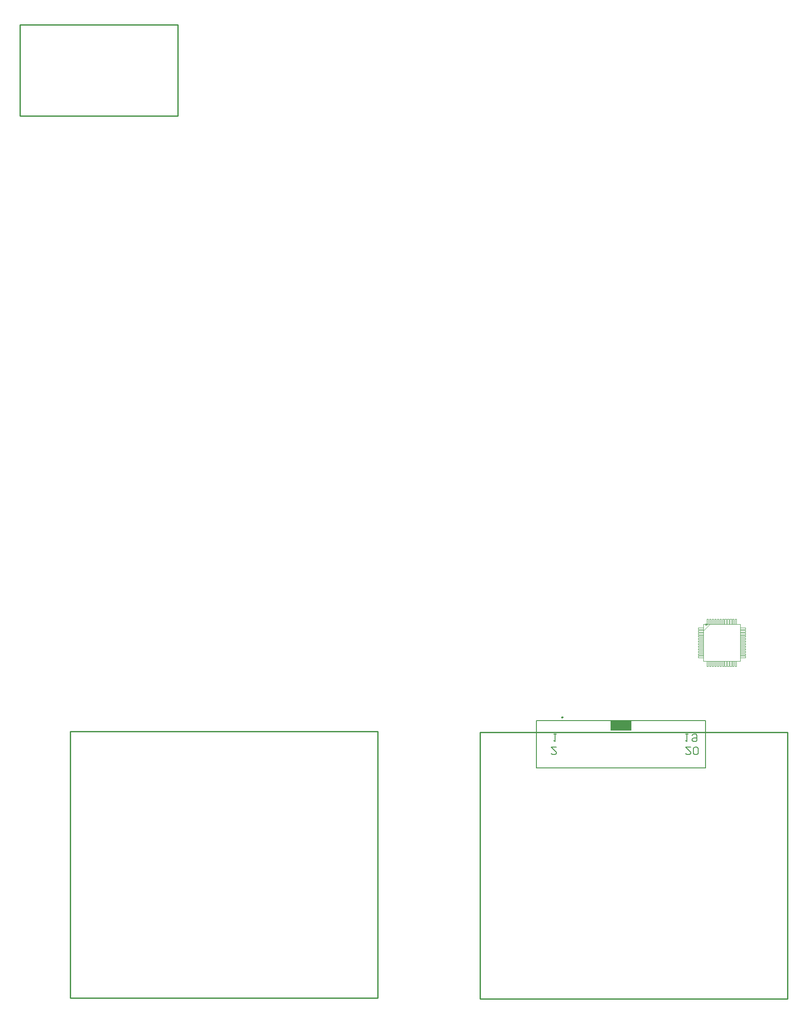
<source format=gbo>
G04*
G04 #@! TF.GenerationSoftware,Altium Limited,Altium NEXUS,2.1.5 (53)*
G04*
G04 Layer_Color=32896*
%FSLAX44Y44*%
%MOMM*%
G71*
G01*
G75*
%ADD10C,0.2000*%
%ADD11C,0.2500*%
%ADD15C,0.2540*%
%ADD19C,0.0762*%
%ADD21C,0.0254*%
%ADD141C,0.1500*%
%ADD142R,4.1000X1.9000*%
D10*
X1339850Y540740D02*
Y632740D01*
X1009650Y540740D02*
Y632740D01*
X1339850D01*
X1009650Y540740D02*
X1339850D01*
D11*
X1061700Y639240D02*
G03*
X1061700Y639240I-1250J0D01*
G01*
D15*
X700050Y91536D02*
Y611536D01*
X100050Y91536D02*
Y611536D01*
X700050D01*
X100050Y91536D02*
X700050D01*
X1372Y1812090D02*
Y1990090D01*
Y1812090D02*
X309372D01*
Y1990090D01*
X1372D02*
X309372D01*
X900000Y610000D02*
X1500000D01*
X900000Y90000D02*
X1500000D01*
Y610000D01*
X900000Y90000D02*
Y610000D01*
D19*
X1341232Y822796D02*
Y818261D01*
X1339342Y821662D02*
X1343121Y819395D01*
Y821662D02*
X1339342Y819395D01*
D21*
X1397703Y820928D02*
X1400497D01*
Y830834D01*
X1397703D02*
X1400497D01*
X1397703Y820928D02*
Y830834D01*
X1392703Y820928D02*
X1395497D01*
Y830834D01*
X1392703D02*
X1395497D01*
X1392703Y820928D02*
Y830834D01*
X1387703Y820928D02*
X1390497D01*
Y830834D01*
X1387703D02*
X1390497D01*
X1387703Y820928D02*
Y830834D01*
X1382703Y820928D02*
X1385497D01*
Y830834D01*
X1382703D02*
X1385497D01*
X1382703Y820928D02*
Y830834D01*
X1377703Y820928D02*
X1380497D01*
Y830834D01*
X1377703D02*
X1380497D01*
X1377703Y820928D02*
Y830834D01*
X1372703Y820928D02*
X1375497D01*
Y830834D01*
X1372703D02*
X1375497D01*
X1372703Y820928D02*
Y830834D01*
X1367703Y820928D02*
X1370497D01*
Y830834D01*
X1367703D02*
X1370497D01*
X1367703Y820928D02*
Y830834D01*
X1362703Y820928D02*
X1365497D01*
Y830834D01*
X1362703D02*
X1365497D01*
X1362703Y820928D02*
Y830834D01*
X1357703Y820928D02*
X1360497D01*
Y830834D01*
X1357703D02*
X1360497D01*
X1357703Y820928D02*
Y830834D01*
X1352703Y820928D02*
X1355497D01*
Y830834D01*
X1352703D02*
X1355497D01*
X1352703Y820928D02*
Y830834D01*
X1347703Y820928D02*
X1350497D01*
Y830834D01*
X1347703D02*
X1350497D01*
X1347703Y820928D02*
Y830834D01*
X1342703Y820928D02*
X1345497D01*
Y830834D01*
X1342703D02*
X1345497D01*
X1342703Y820928D02*
Y830834D01*
X1335532Y810963D02*
Y813757D01*
X1325626D02*
X1335532D01*
X1325626Y810963D02*
Y813757D01*
Y810963D02*
X1335532D01*
Y805963D02*
Y808757D01*
X1325626D02*
X1335532D01*
X1325626Y805963D02*
Y808757D01*
Y805963D02*
X1335532D01*
Y800963D02*
Y803757D01*
X1325626D02*
X1335532D01*
X1325626Y800963D02*
Y803757D01*
Y800963D02*
X1335532D01*
Y795963D02*
Y798757D01*
X1325626D02*
X1335532D01*
X1325626Y795963D02*
Y798757D01*
Y795963D02*
X1335532D01*
Y790963D02*
Y793757D01*
X1325626D02*
X1335532D01*
X1325626Y790963D02*
Y793757D01*
Y790963D02*
X1335532D01*
Y785963D02*
Y788757D01*
X1325626D02*
X1335532D01*
X1325626Y785963D02*
Y788757D01*
Y785963D02*
X1335532D01*
Y780963D02*
Y783757D01*
X1325626D02*
X1335532D01*
X1325626Y780963D02*
Y783757D01*
Y780963D02*
X1335532D01*
Y775963D02*
Y778757D01*
X1325626D02*
X1335532D01*
X1325626Y775963D02*
Y778757D01*
Y775963D02*
X1335532D01*
Y770963D02*
Y773757D01*
X1325626D02*
X1335532D01*
X1325626Y770963D02*
Y773757D01*
Y770963D02*
X1335532D01*
Y765963D02*
Y768757D01*
X1325626D02*
X1335532D01*
X1325626Y765963D02*
Y768757D01*
Y765963D02*
X1335532D01*
Y760963D02*
Y763757D01*
X1325626D02*
X1335532D01*
X1325626Y760963D02*
Y763757D01*
Y760963D02*
X1335532D01*
Y755963D02*
Y758757D01*
X1325626D02*
X1335532D01*
X1325626Y755963D02*
Y758757D01*
Y755963D02*
X1335532D01*
X1342703Y748792D02*
X1345497D01*
X1342703Y738886D02*
Y748792D01*
Y738886D02*
X1345497D01*
Y748792D01*
X1347703D02*
X1350497D01*
X1347703Y738886D02*
Y748792D01*
Y738886D02*
X1350497D01*
Y748792D01*
X1352703D02*
X1355497D01*
X1352703Y738886D02*
Y748792D01*
Y738886D02*
X1355497D01*
Y748792D01*
X1357703D02*
X1360497D01*
X1357703Y738886D02*
Y748792D01*
Y738886D02*
X1360497D01*
Y748792D01*
X1362703D02*
X1365497D01*
X1362703Y738886D02*
Y748792D01*
Y738886D02*
X1365497D01*
Y748792D01*
X1367703D02*
X1370497D01*
X1367703Y738886D02*
Y748792D01*
Y738886D02*
X1370497D01*
Y748792D01*
X1372703D02*
X1375497D01*
X1372703Y738886D02*
Y748792D01*
Y738886D02*
X1375497D01*
Y748792D01*
X1377703D02*
X1380497D01*
X1377703Y738886D02*
Y748792D01*
Y738886D02*
X1380497D01*
Y748792D01*
X1382703D02*
X1385497D01*
X1382703Y738886D02*
Y748792D01*
Y738886D02*
X1385497D01*
Y748792D01*
X1387703D02*
X1390497D01*
X1387703Y738886D02*
Y748792D01*
Y738886D02*
X1390497D01*
Y748792D01*
X1392703D02*
X1395497D01*
X1392703Y738886D02*
Y748792D01*
Y738886D02*
X1395497D01*
Y748792D01*
X1397703D02*
X1400497D01*
X1397703Y738886D02*
Y748792D01*
Y738886D02*
X1400497D01*
Y748792D01*
X1407668Y755963D02*
Y758757D01*
Y755963D02*
X1417574D01*
Y758757D01*
X1407668D02*
X1417574D01*
X1407668Y760963D02*
Y763757D01*
Y760963D02*
X1417574D01*
Y763757D01*
X1407668D02*
X1417574D01*
X1407668Y765963D02*
Y768757D01*
Y765963D02*
X1417574D01*
Y768757D01*
X1407668D02*
X1417574D01*
X1407668Y770963D02*
Y773757D01*
Y770963D02*
X1417574D01*
Y773757D01*
X1407668D02*
X1417574D01*
X1407668Y775963D02*
Y778757D01*
Y775963D02*
X1417574D01*
Y778757D01*
X1407668D02*
X1417574D01*
X1407668Y780963D02*
Y783757D01*
Y780963D02*
X1417574D01*
Y783757D01*
X1407668D02*
X1417574D01*
X1407668Y785963D02*
Y788757D01*
Y785963D02*
X1417574D01*
Y788757D01*
X1407668D02*
X1417574D01*
X1407668Y790963D02*
Y793757D01*
Y790963D02*
X1417574D01*
Y793757D01*
X1407668D02*
X1417574D01*
X1407668Y795963D02*
Y798757D01*
Y795963D02*
X1417574D01*
Y798757D01*
X1407668D02*
X1417574D01*
X1407668Y800963D02*
Y803757D01*
Y800963D02*
X1417574D01*
Y803757D01*
X1407668D02*
X1417574D01*
X1407668Y805963D02*
Y808757D01*
Y805963D02*
X1417574D01*
Y808757D01*
X1407668D02*
X1417574D01*
X1407668Y810963D02*
Y813757D01*
Y810963D02*
X1417574D01*
Y813757D01*
X1407668D02*
X1417574D01*
X1335532Y808228D02*
X1348232Y820928D01*
X1335532Y748792D02*
X1407668D01*
Y820928D01*
X1335532D02*
X1407668D01*
X1335532Y748792D02*
Y820928D01*
D141*
X1048450Y581540D02*
X1038453D01*
X1048450Y571543D01*
Y569044D01*
X1045951Y566545D01*
X1040952D01*
X1038453Y569044D01*
X1043452Y606940D02*
X1048450D01*
X1045951D01*
Y591945D01*
X1043452Y594444D01*
X1311047Y581540D02*
X1301050D01*
X1311047Y571543D01*
Y569044D01*
X1308548Y566545D01*
X1303549D01*
X1301050Y569044D01*
X1316045D02*
X1318544Y566545D01*
X1323543D01*
X1326042Y569044D01*
Y579041D01*
X1323543Y581540D01*
X1318544D01*
X1316045Y579041D01*
Y569044D01*
X1301050Y606940D02*
X1306048D01*
X1303549D01*
Y591945D01*
X1301050Y594444D01*
X1313546Y604441D02*
X1316045Y606940D01*
X1321044D01*
X1323543Y604441D01*
Y594444D01*
X1321044Y591945D01*
X1316045D01*
X1313546Y594444D01*
Y596943D01*
X1316045Y599442D01*
X1323543D01*
D142*
X1174747Y623240D02*
D03*
M02*

</source>
